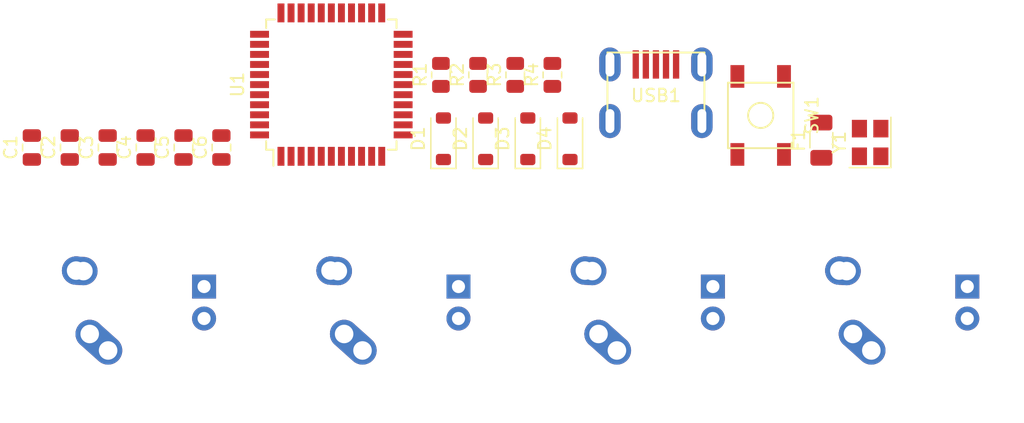
<source format=kicad_pcb>
(kicad_pcb (version 20221018) (generator pcbnew)
  (layers (0 "F.Cu" signal) (31 "B.Cu" signal) (34 "B.Paste" user) (35 "F.Paste" user) (36 "B.SilkS" user "B.Silkscreen") (37 "F.SilkS" user "F.Silkscreen") (38 "B.Mask" user) (39 "F.Mask" user) (44 "Edge.Cuts" user))
  (net 0 "")
  (net 1 "Net-(U1-UCAP)")
  (net 2 "GND")
  (net 3 "+5V")
  (net 4 "Net-(U1-XTAL1)")
  (net 5 "Net-(U1-XTAL2)")
  (net 6 "Row0")
  (net 7 "Net-(D1-A)")
  (net 8 "Net-(D2-A)")
  (net 9 "Net-(D3-A)")
  (net 10 "Net-(D4-A)")
  (net 11 "VCC")
  (net 12 "Col0")
  (net 13 "Col1")
  (net 14 "Net-(U1-~{HWB}{slash}PE2)")
  (net 15 "Net-(U1-D+)")
  (net 16 "D+")
  (net 17 "D-")
  (net 18 "Net-(U1-D-)")
  (net 19 "Net-(U1-~{RESET})")
  (footprint "Capacitor_SMD:C_0805_2012Metric" (layer "F.Cu") (at 29.1225 46.29375 90)
    (fp_text reference "C4" (at 0 -1.68 90) (layer "F.SilkS"))
    (fp_text value "0.1uF")
    (fp_line (start -0.261252 -0.735) (end 0.261252 -0.735) (stroke (width 0.12)) (layer "F.SilkS"))
    (fp_line (start -0.261252 0.735) (end 0.261252 0.735) (stroke (width 0.12)) (layer "F.SilkS"))
    (pad "1" smd roundrect (at -0.95 0 90) (size 1 1.45) (layers "F.Cu" "F.Paste" "F.Mask") (net 3 "+5V"))
    (pad "2" smd roundrect (at 0.95 0 90) (size 1 1.45) (layers "F.Cu" "F.Paste" "F.Mask") (net 2 "GND"))
  )
  (footprint "Resistor_SMD:R_0805_2012Metric" (layer "F.Cu") (at 55.5225 40.52375 90)
    (fp_text reference "R2" (at 0 -1.65 90) (layer "F.SilkS"))
    (fp_text value "22")
    (fp_line (start -0.227064 -0.735) (end 0.227064 -0.735) (stroke (width 0.12)) (layer "F.SilkS"))
    (fp_line (start -0.227064 0.735) (end 0.227064 0.735) (stroke (width 0.12)) (layer "F.SilkS"))
    (pad "1" smd roundrect (at -0.9125 0 90) (size 1.025 1.4) (layers "F.Cu" "F.Paste" "F.Mask") (roundrect_rratio 0.243902) (net 15 "Net-(U1-D+)"))
    (pad "2" smd roundrect (at 0.9125 0 90) (size 1.025 1.4) (layers "F.Cu" "F.Paste" "F.Mask") (roundrect_rratio 0.243902) (net 16 "D+"))
  )
  (footprint "Capacitor_SMD:C_0805_2012Metric" (layer "F.Cu") (at 35.1425 46.29375 90)
    (fp_text reference "C6" (at 0 -1.68 90) (layer "F.SilkS"))
    (fp_text value "22pF")
    (fp_line (start -0.261252 -0.735) (end 0.261252 -0.735) (stroke (width 0.12)) (layer "F.SilkS"))
    (fp_line (start -0.261252 0.735) (end 0.261252 0.735) (stroke (width 0.12)) (layer "F.SilkS"))
    (pad "1" smd roundrect (at -0.95 0 90) (size 1 1.45) (layers "F.Cu" "F.Paste" "F.Mask") (net 2 "GND"))
    (pad "2" smd roundrect (at 0.95 0 90) (size 1 1.45) (layers "F.Cu" "F.Paste" "F.Mask") (net 5 "Net-(U1-XTAL2)"))
  )
  (footprint "Resistor_SMD:R_0805_2012Metric" (layer "F.Cu") (at 52.5725 40.52375 90)
    (fp_text reference "R1" (at 0 -1.65 90) (layer "F.SilkS"))
    (fp_text value "10k")
    (fp_line (start -0.227064 -0.735) (end 0.227064 -0.735) (stroke (width 0.12)) (layer "F.SilkS"))
    (fp_line (start -0.227064 0.735) (end 0.227064 0.735) (stroke (width 0.12)) (layer "F.SilkS"))
    (pad "1" smd roundrect (at -0.9125 0 90) (size 1.025 1.4) (layers "F.Cu" "F.Paste" "F.Mask") (roundrect_rratio 0.243902) (net 2 "GND"))
    (pad "2" smd roundrect (at 0.9125 0 90) (size 1.025 1.4) (layers "F.Cu" "F.Paste" "F.Mask") (roundrect_rratio 0.243902) (net 14 "Net-(U1-~{HWB}{slash}PE2)"))
  )
  (footprint "MX_Alps_Hybrid:MX-1U" (layer "F.Cu") (at 48.8875 58.61875 90)
    (fp_text reference "MX2")
    (fp_text value "MX-NoLED")
    (pad "" np_thru_hole circle (at -5.08 0 138.0996) (size 1.75 1.75) (drill 1.75) (layers "*.Cu" "*.Mask"))
    (pad "" np_thru_hole circle (at 0 0 90) (size 3.9878 3.9878) (drill 3.9878) (layers "*.Cu" "*.Mask"))
    (pad "" np_thru_hole circle (at 5.08 0 138.0996) (size 1.75 1.75) (drill 1.75) (layers "*.Cu" "*.Mask"))
    (pad "1" thru_hole oval (at -3.81 -2.54 138.0996) (size 4.211556 2.25) (drill 1.47 (offset 0.980778 0)) (layers "*.Cu" "B.Mask") (net 12 "Col0"))
    (pad "1" thru_hole circle (at -2.5 -4 90) (size 2.25 2.25) (drill 1.47) (layers "*.Cu" "B.Mask") (net 12 "Col0"))
    (pad "2" thru_hole oval (at 2.5 -4.5 176.0548) (size 2.831378 2.25) (drill 1.47 (offset 0.290689 0)) (layers "*.Cu" "B.Mask") (net 8 "Net-(D2-A)"))
    (pad "2" thru_hole circle (at 2.54 -5.08 90) (size 2.25 2.25) (drill 1.47) (layers "*.Cu" "B.Mask") (net 8 "Net-(D2-A)"))
    (pad "3" thru_hole circle (at -1.27 5.08 90) (size 1.905 1.905) (drill 1.04) (layers "*.Cu" "B.Mask"))
    (pad "4" thru_hole rect (at 1.27 5.08 90) (size 1.905 1.905) (drill 1.04) (layers "*.Cu" "B.Mask"))
  )
  (footprint "Crystal:Crystal_SMD_3225-4Pin_3.2x2.5mm" (layer "F.Cu") (at 86.6525 45.89375 90)
    (fp_text reference "Y1" (at 0 -2.45 90) (layer "F.SilkS"))
    (fp_text value "16MHz")
    (fp_line (start -2 -1.65) (end -2 1.65) (stroke (width 0.12)) (layer "F.SilkS"))
    (fp_line (start -2 1.65) (end 2 1.65) (stroke (width 0.12)) (layer "F.SilkS"))
    (pad "1" smd rect (at -1.1 0.85 90) (size 1.4 1.2) (layers "F.Cu" "F.Paste" "F.Mask") (net 4 "Net-(U1-XTAL1)"))
    (pad "2" smd rect (at 1.1 0.85 90) (size 1.4 1.2) (layers "F.Cu" "F.Paste" "F.Mask") (net 2 "GND"))
    (pad "3" smd rect (at 1.1 -0.85 90) (size 1.4 1.2) (layers "F.Cu" "F.Paste" "F.Mask") (net 5 "Net-(U1-XTAL2)"))
    (pad "4" smd rect (at -1.1 -0.85 90) (size 1.4 1.2) (layers "F.Cu" "F.Paste" "F.Mask") (net 2 "GND"))
  )
  (footprint "MX_Alps_Hybrid:MX-1U" (layer "F.Cu") (at 28.6875 58.61875 90)
    (fp_text reference "MX1")
    (fp_text value "MX-NoLED")
    (pad "" np_thru_hole circle (at -5.08 0 138.0996) (size 1.75 1.75) (drill 1.75) (layers "*.Cu" "*.Mask"))
    (pad "" np_thru_hole circle (at 0 0 90) (size 3.9878 3.9878) (drill 3.9878) (layers "*.Cu" "*.Mask"))
    (pad "" np_thru_hole circle (at 5.08 0 138.0996) (size 1.75 1.75) (drill 1.75) (layers "*.Cu" "*.Mask"))
    (pad "1" thru_hole oval (at -3.81 -2.54 138.0996) (size 4.211556 2.25) (drill 1.47 (offset 0.980778 0)) (layers "*.Cu" "B.Mask") (net 12 "Col0"))
    (pad "1" thru_hole circle (at -2.5 -4 90) (size 2.25 2.25) (drill 1.47) (layers "*.Cu" "B.Mask") (net 12 "Col0"))
    (pad "2" thru_hole oval (at 2.5 -4.5 176.0548) (size 2.831378 2.25) (drill 1.47 (offset 0.290689 0)) (layers "*.Cu" "B.Mask") (net 7 "Net-(D1-A)"))
    (pad "2" thru_hole circle (at 2.54 -5.08 90) (size 2.25 2.25) (drill 1.47) (layers "*.Cu" "B.Mask") (net 7 "Net-(D1-A)"))
    (pad "3" thru_hole circle (at -1.27 5.08 90) (size 1.905 1.905) (drill 1.04) (layers "*.Cu" "B.Mask"))
    (pad "4" thru_hole rect (at 1.27 5.08 90) (size 1.905 1.905) (drill 1.04) (layers "*.Cu" "B.Mask"))
  )
  (footprint "Capacitor_SMD:C_0805_2012Metric" (layer "F.Cu") (at 26.1125 46.29375 90)
    (fp_text reference "C3" (at 0 -1.68 90) (layer "F.SilkS"))
    (fp_text value "0.1uF")
    (fp_line (start -0.261252 -0.735) (end 0.261252 -0.735) (stroke (width 0.12)) (layer "F.SilkS"))
    (fp_line (start -0.261252 0.735) (end 0.261252 0.735) (stroke (width 0.12)) (layer "F.SilkS"))
    (pad "1" smd roundrect (at -0.95 0 90) (size 1 1.45) (layers "F.Cu" "F.Paste" "F.Mask") (net 3 "+5V"))
    (pad "2" smd roundrect (at 0.95 0 90) (size 1 1.45) (layers "F.Cu" "F.Paste" "F.Mask") (net 2 "GND"))
  )
  (footprint "MX_Alps_Hybrid:MX-1U" (layer "F.Cu") (at 89.2875 58.61875 90)
    (fp_text reference "MX4")
    (fp_text value "MX-NoLED")
    (pad "" np_thru_hole circle (at -5.08 0 138.0996) (size 1.75 1.75) (drill 1.75) (layers "*.Cu" "*.Mask"))
    (pad "" np_thru_hole circle (at 0 0 90) (size 3.9878 3.9878) (drill 3.9878) (layers "*.Cu" "*.Mask"))
    (pad "" np_thru_hole circle (at 5.08 0 138.0996) (size 1.75 1.75) (drill 1.75) (layers "*.Cu" "*.Mask"))
    (pad "1" thru_hole oval (at -3.81 -2.54 138.0996) (size 4.211556 2.25) (drill 1.47 (offset 0.980778 0)) (layers "*.Cu" "B.Mask") (net 13 "Col1"))
    (pad "1" thru_hole circle (at -2.5 -4 90) (size 2.25 2.25) (drill 1.47) (layers "*.Cu" "B.Mask") (net 13 "Col1"))
    (pad "2" thru_hole oval (at 2.5 -4.5 176.0548) (size 2.831378 2.25) (drill 1.47 (offset 0.290689 0)) (layers "*.Cu" "B.Mask") (net 10 "Net-(D4-A)"))
    (pad "2" thru_hole circle (at 2.54 -5.08 90) (size 2.25 2.25) (drill 1.47) (layers "*.Cu" "B.Mask") (net 10 "Net-(D4-A)"))
    (pad "3" thru_hole circle (at -1.27 5.08 90) (size 1.905 1.905) (drill 1.04) (layers "*.Cu" "B.Mask"))
    (pad "4" thru_hole rect (at 1.27 5.08 90) (size 1.905 1.905) (drill 1.04) (layers "*.Cu" "B.Mask"))
  )
  (footprint "MX_Alps_Hybrid:MX-1U" (layer "F.Cu") (at 69.0875 58.61875 90)
    (fp_text reference "MX3")
    (fp_text value "MX-NoLED")
    (pad "" np_thru_hole circle (at -5.08 0 138.0996) (size 1.75 1.75) (drill 1.75) (layers "*.Cu" "*.Mask"))
    (pad "" np_thru_hole circle (at 0 0 90) (size 3.9878 3.9878) (drill 3.9878) (layers "*.Cu" "*.Mask"))
    (pad "" np_thru_hole circle (at 5.08 0 138.0996) (size 1.75 1.75) (drill 1.75) (layers "*.Cu" "*.Mask"))
    (pad "1" thru_hole oval (at -3.81 -2.54 138.0996) (size 4.211556 2.25) (drill 1.47 (offset 0.980778 0)) (layers "*.Cu" "B.Mask") (net 13 "Col1"))
    (pad "1" thru_hole circle (at -2.5 -4 90) (size 2.25 2.25) (drill 1.47) (layers "*.Cu" "B.Mask") (net 13 "Col1"))
    (pad "2" thru_hole oval (at 2.5 -4.5 176.0548) (size 2.831378 2.25) (drill 1.47 (offset 0.290689 0)) (layers "*.Cu" "B.Mask") (net 9 "Net-(D3-A)"))
    (pad "2" thru_hole circle (at 2.54 -5.08 90) (size 2.25 2.25) (drill 1.47) (layers "*.Cu" "B.Mask") (net 9 "Net-(D3-A)"))
    (pad "3" thru_hole circle (at -1.27 5.08 90) (size 1.905 1.905) (drill 1.04) (layers "*.Cu" "B.Mask"))
    (pad "4" thru_hole rect (at 1.27 5.08 90) (size 1.905 1.905) (drill 1.04) (layers "*.Cu" "B.Mask"))
  )
  (footprint "Package_QFP:TQFP-44_10x10mm_P0.8mm" (layer "F.Cu") (at 43.8725 41.29375 90)
    (fp_text reference "U1" (at 0 -7.45 90) (layer "F.SilkS"))
    (fp_text value "ATmega32U4-A")
    (fp_line (start -5.175 -5.175) (end -5.175 -4.6) (stroke (width 0.15)) (layer "F.SilkS"))
    (fp_line (start -5.175 -5.175) (end -4.5 -5.175) (stroke (width 0.15)) (layer "F.SilkS"))
    (fp_line (start -5.175 -4.6) (end -6.45 -4.6) (stroke (width 0.15)) (layer "F.SilkS"))
    (fp_line (start -5.175 5.175) (end -5.175 4.5) (stroke (width 0.15)) (layer "F.SilkS"))
    (fp_line (start -5.175 5.175) (end -4.5 5.175) (stroke (width 0.15)) (layer "F.SilkS"))
    (fp_line (start 5.175 -5.175) (end 4.5 -5.175) (stroke (width 0.15)) (layer "F.SilkS"))
    (fp_line (start 5.175 -5.175) (end 5.175 -4.5) (stroke (width 0.15)) (layer "F.SilkS"))
    (fp_line (start 5.175 5.175) (end 4.5 5.175) (stroke (width 0.15)) (layer "F.SilkS"))
    (fp_line (start 5.175 5.175) (end 5.175 4.5) (stroke (width 0.15)) (layer "F.SilkS"))
    (pad "1" smd rect (at -5.7 -4 90) (size 1.5 0.55) (layers "F.Cu" "F.Paste" "F.Mask"))
    (pad "2" smd rect (at -5.7 -3.2 90) (size 1.5 0.55) (layers "F.Cu" "F.Paste" "F.Mask") (net 3 "+5V"))
    (pad "3" smd rect (at -5.7 -2.4 90) (size 1.5 0.55) (layers "F.Cu" "F.Paste" "F.Mask") (net 18 "Net-(U1-D-)"))
    (pad "4" smd rect (at -5.7 -1.6 90) (size 1.5 0.55) (layers "F.Cu" "F.Paste" "F.Mask") (net 15 "Net-(U1-D+)"))
    (pad "5" smd rect (at -5.7 -0.8 90) (size 1.5 0.55) (layers "F.Cu" "F.Paste" "F.Mask") (net 2 "GND"))
    (pad "6" smd rect (at -5.7 0 90) (size 1.5 0.55) (layers "F.Cu" "F.Paste" "F.Mask") (net 1 "Net-(U1-UCAP)"))
    (pad "7" smd rect (at -5.7 0.8 90) (size 1.5 0.55) (layers "F.Cu" "F.Paste" "F.Mask") (net 3 "+5V"))
    (pad "8" smd rect (at -5.7 1.6 90) (size 1.5 0.55) (layers "F.Cu" "F.Paste" "F.Mask"))
    (pad "9" smd rect (at -5.7 2.4 90) (size 1.5 0.55) (layers "F.Cu" "F.Paste" "F.Mask"))
    (pad "10" smd rect (at -5.7 3.2 90) (size 1.5 0.55) (layers "F.Cu" "F.Paste" "F.Mask"))
    (pad "11" smd rect (at -5.7 4 90) (size 1.5 0.55) (layers "F.Cu" "F.Paste" "F.Mask"))
    (pad "12" smd rect (at -4 5.7 180) (size 1.5 0.55) (layers "F.Cu" "F.Paste" "F.Mask"))
    (pad "13" smd rect (at -3.2 5.7 180) (size 1.5 0.55) (layers "F.Cu" "F.Paste" "F.Mask") (net 19 "Net-(U1-~{RESET})"))
    (pad "14" smd rect (at -2.4 5.7 180) (size 1.5 0.55) (layers "F.Cu" "F.Paste" "F.Mask") (net 3 "+5V"))
    (pad "15" smd rect (at -1.6 5.7 180) (size 1.5 0.55) (layers "F.Cu" "F.Paste" "F.Mask") (net 2 "GND"))
    (pad "16" smd rect (at -0.8 5.7 180) (size 1.5 0.55) (layers "F.Cu" "F.Paste" "F.Mask") (net 5 "Net-(U1-XTAL2)"))
    (pad "17" smd rect (at 0 5.7 180) (size 1.5 0.55) (layers "F.Cu" "F.Paste" "F.Mask") (net 4 "Net-(U1-XTAL1)"))
    (pad "18" smd rect (at 0.8 5.7 180) (size 1.5 0.55) (layers "F.Cu" "F.Paste" "F.Mask"))
    (pad "19" smd rect (at 1.6 5.7 180) (size 1.5 0.55) (layers "F.Cu" "F.Paste" "F.Mask"))
    (pad "20" smd rect (at 2.4 5.7 180) (size 1.5 0.55) (layers "F.Cu" "F.Paste" "F.Mask"))
    (pad "21" smd rect (at 3.2 5.7 180) (size 1.5 0.55) (layers "F.Cu" "F.Paste" "F.Mask"))
    (pad "22" smd rect (at 4 5.7 180) (size 1.5 0.55) (layers "F.Cu" "F.Paste" "F.Mask"))
    (pad "23" smd rect (at 5.7 4 90) (size 1.5 0.55) (layers "F.Cu" "F.Paste" "F.Mask") (net 2 "GND"))
    (pad "24" smd rect (at 5.7 3.2 90) (size 1.5 0.55) (layers "F.Cu" "F.Paste" "F.Mask") (net 3 "+5V"))
    (pad "25" smd rect (at 5.7 2.4 90) (size 1.5 0.55) (layers "F.Cu" "F.Paste" "F.Mask"))
    (pad "26" smd rect (at 5.7 1.6 90) (size 1.5 0.55) (layers "F.Cu" "F.Paste" "F.Mask"))
    (pad "27" smd rect (at 5.7 0.8 90) (size 1.5 0.55) (layers "F.Cu" "F.Paste" "F.Mask") (net 6 "Row0"))
    (pad "28" smd rect (at 5.7 0 90) (size 1.5 0.55) (layers "F.Cu" "F.Paste" "F.Mask") (net 12 "Col0"))
    (pad "29" smd rect (at 5.7 -0.8 90) (size 1.5 0.55) (layers "F.Cu" "F.Paste" "F.Mask") (net 13 "Col1"))
    (pad "30" smd rect (at 5.7 -1.6 90) (size 1.5 0.55) (layers "F.Cu" "F.Paste" "F.Mask"))
    (pad "31" smd rect (at 5.7 -2.4 90) (size 1.5 0.55) (layers "F.Cu" "F.Paste" "F.Mask"))
    (pad "32" smd rect (at 5.7 -3.2 90) (size 1.5 0.55) (layers "F.Cu" "F.Paste" "F.Mask"))
    (pad "33" smd rect (at 5.7 -4 90) (size 1.5 0.55) (layers "F.Cu" "F.Paste" "F.Mask") (net 14 "Net-(U1-~{HWB}{slash}PE2)"))
    (pad "34" smd rect (at 4 -5.7 180) (size 1.5 0.55) (layers "F.Cu" "F.Paste" "F.Mask") (net 3 "+5V"))
    (pad "35" smd rect (at 3.2 -5.7 180) (size 1.5 0.55) (layers "F.Cu" "F.Paste" "F.Mask") (net 2 "GND"))
    (pad "36" smd rect (at 2.4 -5.7 180) (size 1.5 0.55) (layers "F.Cu" "F.Paste" "F.Mask"))
    (pad "37" smd rect (at 1.6 -5.7 180) (size 1.5 0.55) (layers "F.Cu" "F.Paste" "F.Mask"))
    (pad "38" smd rect (at 0.8 -5.7 180) (size 1.5 0.55) (layers "F.Cu" "F.Paste" "F.Mask"))
    (pad "39" smd rect (at 0 -5.7 180) (size 1.5 0.55) (layers "F.Cu" "F.Paste" "F.Mask"))
    (pad "40" smd rect (at -0.8 -5.7 180) (size 1.5 0.55) (layers "F.Cu" "F.Paste" "F.Mask"))
    (pad "41" smd rect (at -1.6 -5.7 180) (size 1.5 0.55) (layers "F.Cu" "F.Paste" "F.Mask"))
    (pad "42" smd rect (at -2.4 -5.7 180) (size 1.5 0.55) (layers "F.Cu" "F.Paste" "F.Mask"))
    (pad "43" smd rect (at -3.2 -5.7 180) (size 1.5 0.55) (layers "F.Cu" "F.Paste" "F.Mask") (net 2 "GND"))
    (pad "44" smd rect (at -4 -5.7 180) (size 1.5 0.55) (layers "F.Cu" "F.Paste" "F.Mask") (net 3 "+5V"))
  )
  (footprint "Capacitor_SMD:C_0805_2012Metric" (layer "F.Cu") (at 20.0925 46.29375 90)
    (fp_text reference "C1" (at 0 -1.68 90) (layer "F.SilkS"))
    (fp_text value "1uF")
    (fp_line (start -0.261252 -0.735) (end 0.261252 -0.735) (stroke (width 0.12)) (layer "F.SilkS"))
    (fp_line (start -0.261252 0.735) (end 0.261252 0.735) (stroke (width 0.12)) (layer "F.SilkS"))
    (pad "1" smd roundrect (at -0.95 0 90) (size 1 1.45) (layers "F.Cu" "F.Paste" "F.Mask") (net 1 "Net-(U1-UCAP)"))
    (pad "2" smd roundrect (at 0.95 0 90) (size 1 1.45) (layers "F.Cu" "F.Paste" "F.Mask") (net 2 "GND"))
  )
  (footprint "Diode_SMD:D_SOD-123" (layer "F.Cu") (at 56.1225 45.59875 90)
    (fp_text reference "D2" (at 0 -2 90) (layer "F.SilkS"))
    (fp_text value "D_Small")
    (fp_line (start -2.36 -1) (end -2.36 1) (stroke (width 0.12)) (layer "F.SilkS"))
    (fp_line (start -2.36 -1) (end 1.65 -1) (stroke (width 0.12)) (layer "F.SilkS"))
    (fp_line (start -2.36 1) (end 1.65 1) (stroke (width 0.12)) (layer "F.SilkS"))
    (pad "1" smd roundrect (at -1.65 0 90) (size 0.9 1.2) (layers "F.Cu" "F.Paste" "F.Mask") (net 6 "Row0"))
    (pad "2" smd roundrect (at 1.65 0 90) (size 0.9 1.2) (layers "F.Cu" "F.Paste" "F.Mask") (net 8 "Net-(D2-A)"))
  )
  (footprint "Diode_SMD:D_SOD-123" (layer "F.Cu") (at 59.4725 45.59875 90)
    (fp_text reference "D3" (at 0 -2 90) (layer "F.SilkS"))
    (fp_text value "D_Small")
    (fp_line (start -2.36 -1) (end -2.36 1) (stroke (width 0.12)) (layer "F.SilkS"))
    (fp_line (start -2.36 -1) (end 1.65 -1) (stroke (width 0.12)) (layer "F.SilkS"))
    (fp_line (start -2.36 1) (end 1.65 1) (stroke (width 0.12)) (layer "F.SilkS"))
    (pad "1" smd roundrect (at -1.65 0 90) (size 0.9 1.2) (layers "F.Cu" "F.Paste" "F.Mask") (net 6 "Row0"))
    (pad "2" smd roundrect (at 1.65 0 90) (size 0.9 1.2) (layers "F.Cu" "F.Paste" "F.Mask") (net 9 "Net-(D3-A)"))
  )
  (footprint "Capacitor_SMD:C_0805_2012Metric" (layer "F.Cu") (at 23.1025 46.29375 90)
    (fp_text reference "C2" (at 0 -1.68 90) (layer "F.SilkS"))
    (fp_text value "0.1uF")
    (fp_line (start -0.261252 -0.735) (end 0.261252 -0.735) (stroke (width 0.12)) (layer "F.SilkS"))
    (fp_line (start -0.261252 0.735) (end 0.261252 0.735) (stroke (width 0.12)) (layer "F.SilkS"))
    (pad "1" smd roundrect (at -0.95 0 90) (size 1 1.45) (layers "F.Cu" "F.Paste" "F.Mask") (net 3 "+5V"))
    (pad "2" smd roundrect (at 0.95 0 90) (size 1 1.45) (layers "F.Cu" "F.Paste" "F.Mask") (net 2 "GND"))
  )
  (footprint "Capacitor_SMD:C_0805_2012Metric" (layer "F.Cu") (at 32.1325 46.29375 90)
    (fp_text reference "C5" (at 0 -1.68 90) (layer "F.SilkS"))
    (fp_text value "22pF")
    (fp_line (start -0.261252 -0.735) (end 0.261252 -0.735) (stroke (width 0.12)) (layer "F.SilkS"))
    (fp_line (start -0.261252 0.735) (end 0.261252 0.735) (stroke (width 0.12)) (layer "F.SilkS"))
    (pad "1" smd roundrect (at -0.95 0 90) (size 1 1.45) (layers "F.Cu" "F.Paste" "F.Mask") (net 2 "GND"))
    (pad "2" smd roundrect (at 0.95 0 90) (size 1 1.45) (layers "F.Cu" "F.Paste" "F.Mask") (net 4 "Net-(U1-XTAL1)"))
  )
  (footprint "random-keyboard-parts:SKQG-1155865" (layer "F.Cu") (at 77.9625 43.74375 90)
    (fp_text reference "SW1" (at 0 4.064 90) (layer "F.SilkS"))
    (fp_text value "SW_PUSH")
    (fp_line (start -2.6 -2.6) (end 2.6 -2.6) (stroke (width 0.15)) (layer "F.SilkS"))
    (fp_line (start -2.6 2.6) (end -2.6 -2.6) (stroke (width 0.15)) (layer "F.SilkS"))
    (fp_line (start 2.6 -2.6) (end 2.6 2.6) (stroke (width 0.15)) (layer "F.SilkS"))
    (fp_line (start 2.6 2.6) (end -2.6 2.6) (stroke (width 0.15)) (layer "F.SilkS"))
    (fp_circle (center 0 0) (end 1 0) (stroke (width 0.15)) (fill none) (layer "F.SilkS"))
    (pad "1" smd rect (at 3.1 1.85 90) (size 1.8 1.1) (layers "F.Cu" "F.Paste" "F.Mask") (net 2 "GND"))
    (pad "2" smd rect (at -3.1 -1.85 90) (size 1.8 1.1) (layers "F.Cu" "F.Paste" "F.Mask") (net 19 "Net-(U1-~{RESET})"))
    (pad "3" smd rect (at 3.1 -1.85 90) (size 1.8 1.1) (layers "F.Cu" "F.Paste" "F.Mask"))
    (pad "4" smd rect (at -3.1 1.85 90) (size 1.8 1.1) (layers "F.Cu" "F.Paste" "F.Mask"))
  )
  (footprint "Fuse:Fuse_1206_3216Metric" (layer "F.Cu") (at 82.7825 45.71375 90)
    (fp_text reference "F1" (at 0 -1.82 90) (layer "F.SilkS"))
    (fp_text value "Polyfuse")
    (fp_line (start -0.602064 -0.91) (end 0.602064 -0.91) (stroke (width 0.12)) (layer "F.SilkS"))
    (fp_line (start -0.602064 0.91) (end 0.602064 0.91) (stroke (width 0.12)) (layer "F.SilkS"))
    (pad "1" smd roundrect (at -1.4 0 90) (size 1.25 1.75) (layers "F.Cu" "F.Paste" "F.Mask") (roundrect_rratio 0.2) (net 3 "+5V"))
    (pad "2" smd roundrect (at 1.4 0 90) (size 1.25 1.75) (layers "F.Cu" "F.Paste" "F.Mask") (roundrect_rratio 0.2) (net 11 "VCC"))
  )
  (footprint "random-keyboard-parts:Molex-0548190589" (layer "F.Cu") (at 69.6445 44.19375 90)
    (fp_text reference "USB1" (at 2.032 0) (layer "F.SilkS"))
    (fp_text value "Molex-0548190589")
    (fp_line (start 0 -3.85) (end 5.45 -3.85) (stroke (width 0.15)) (layer "F.SilkS"))
    (fp_line (start 0 3.85) (end 5.45 3.85) (stroke (width 0.15)) (layer "F.SilkS"))
    (fp_line (start 5.45 -3.85) (end 5.45 3.85) (stroke (width 0.15)) (layer "F.SilkS"))
    (pad "1" smd rect (at 4.5 1.6 90) (size 2.25 0.5) (layers "F.Cu" "F.Paste" "F.Mask") (net 2 "GND"))
    (pad "2" smd rect (at 4.5 0.8 90) (size 2.25 0.5) (layers "F.Cu" "F.Paste" "F.Mask"))
    (pad "3" smd rect (at 4.5 0 90) (size 2.25 0.5) (layers "F.Cu" "F.Paste" "F.Mask") (net 16 "D+"))
    (pad "4" smd rect (at 4.5 -0.8 90) (size 2.25 0.5) (layers "F.Cu" "F.Paste" "F.Mask") (net 17 "D-"))
    (pad "5" smd rect (at 4.5 -1.6 90) (size 2.25 0.5) (layers "F.Cu" "F.Paste" "F.Mask") (net 11 "VCC"))
    (pad "6" thru_hole oval (at 0 -3.65 90) (size 2.7 1.7) (drill oval 1.9 0.7) (layers "*.Cu" "*.Mask"))
    (pad "6" thru_hole oval (at 0 3.65 90) (size 2.7 1.7) (drill oval 1.9 0.7) (layers "*.Cu" "*.Mask"))
    (pad "6" thru_hole oval (at 4.5 -3.65 90) (size 2.7 1.7) (drill oval 1.9 0.7) (layers "*.Cu" "*.Mask"))
    (pad "6" thru_hole oval (at 4.5 3.65 90) (size 2.7 1.7) (drill oval 1.9 0.7) (layers "*.Cu" "*.Mask"))
  )
  (footprint "Resistor_SMD:R_0805_2012Metric" (layer "F.Cu") (at 61.4225 40.52375 90)
    (fp_text reference "R4" (at 0 -1.65 90) (layer "F.SilkS"))
    (fp_text value "10k")
    (fp_line (start -0.227064 -0.735) (end 0.227064 -0.735) (stroke (width 0.12)) (layer "F.SilkS"))
    (fp_line (start -0.227064 0.735) (end 0.227064 0.735) (stroke (width 0.12)) (layer "F.SilkS"))
    (pad "1" smd roundrect (at -0.9125 0 90) (size 1.025 1.4) (layers "F.Cu" "F.Paste" "F.Mask") (roundrect_rratio 0.243902) (net 3 "+5V"))
    (pad "2" smd roundrect (at 0.9125 0 90) (size 1.025 1.4) (layers "F.Cu" "F.Paste" "F.Mask") (roundrect_rratio 0.243902) (net 19 "Net-(U1-~{RESET})"))
  )
  (footprint "Resistor_SMD:R_0805_2012Metric" (layer "F.Cu") (at 58.4725 40.52375 90)
    (fp_text reference "R3" (at 0 -1.65 90) (layer "F.SilkS"))
    (fp_text value "22")
    (fp_line (start -0.227064 -0.735) (end 0.227064 -0.735) (stroke (width 0.12)) (layer "F.SilkS"))
    (fp_line (start -0.227064 0.735) (end 0.227064 0.735) (stroke (width 0.12)) (layer "F.SilkS"))
    (pad "1" smd roundrect (at -0.9125 0 90) (size 1.025 1.4) (layers "F.Cu" "F.Paste" "F.Mask") (roundrect_rratio 0.243902) (net 17 "D-"))
    (pad "2" smd roundrect (at 0.9125 0 90) (size 1.025 1.4) (layers "F.Cu" "F.Paste" "F.Mask") (roundrect_rratio 0.243902) (net 18 "Net-(U1-D-)"))
  )
  (footprint "Diode_SMD:D_SOD-123" (layer "F.Cu") (at 62.8225 45.59875 90)
    (fp_text reference "D4" (at 0 -2 90) (layer "F.SilkS"))
    (fp_text value "D_Small")
    (fp_line (start -2.36 -1) (end -2.36 1) (stroke (width 0.12)) (layer "F.SilkS"))
    (fp_line (start -2.36 -1) (end 1.65 -1) (stroke (width 0.12)) (layer "F.SilkS"))
    (fp_line (start -2.36 1) (end 1.65 1) (stroke (width 0.12)) (layer "F.SilkS"))
    (pad "1" smd roundrect (at -1.65 0 90) (size 0.9 1.2) (layers "F.Cu" "F.Paste" "F.Mask") (net 6 "Row0"))
    (pad "2" smd roundrect (at 1.65 0 90) (size 0.9 1.2) (layers "F.Cu" "F.Paste" "F.Mask") (net 10 "Net-(D4-A)"))
  )
  (footprint "Diode_SMD:D_SOD-123" (layer "F.Cu") (at 52.7725 45.59875 90)
    (fp_text reference "D1" (at 0 -2 90) (layer "F.SilkS"))
    (fp_text value "D_Small")
    (fp_line (start -2.36 -1) (end -2.36 1) (stroke (width 0.12)) (layer "F.SilkS"))
    (fp_line (start -2.36 -1) (end 1.65 -1) (stroke (width 0.12)) (layer "F.SilkS"))
    (fp_line (start -2.36 1) (end 1.65 1) (stroke (width 0.12)) (layer "F.SilkS"))
    (pad "1" smd roundrect (at -1.65 0 90) (size 0.9 1.2) (layers "F.Cu" "F.Paste" "F.Mask") (net 6 "Row0"))
    (pad "2" smd roundrect (at 1.65 0 90) (size 0.9 1.2) (layers "F.Cu" "F.Paste" "F.Mask") (net 7 "Net-(D1-A)"))
  )
)
</source>
